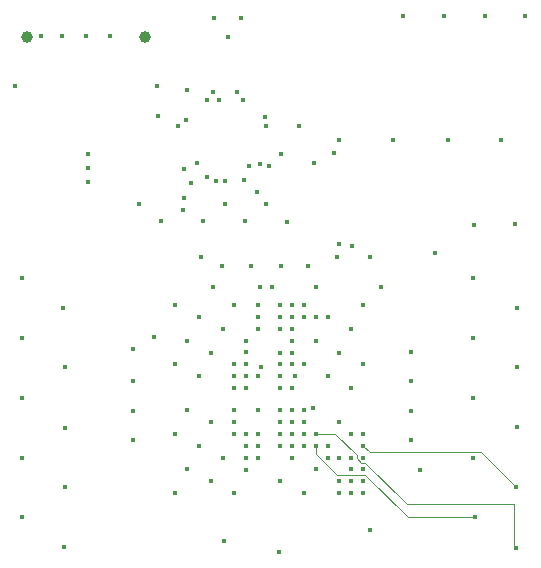
<source format=gbr>
%TF.GenerationSoftware,KiCad,Pcbnew,7.0.10*%
%TF.CreationDate,2024-01-13T18:06:35+01:00*%
%TF.ProjectId,FPGA,46504741-2e6b-4696-9361-645f70636258,rev?*%
%TF.SameCoordinates,Original*%
%TF.FileFunction,Copper,L6,Inr*%
%TF.FilePolarity,Positive*%
%FSLAX46Y46*%
G04 Gerber Fmt 4.6, Leading zero omitted, Abs format (unit mm)*
G04 Created by KiCad (PCBNEW 7.0.10) date 2024-01-13 18:06:35*
%MOMM*%
%LPD*%
G01*
G04 APERTURE LIST*
%TA.AperFunction,ComponentPad*%
%ADD10C,1.000000*%
%TD*%
%TA.AperFunction,ViaPad*%
%ADD11C,0.400000*%
%TD*%
%TA.AperFunction,Conductor*%
%ADD12C,0.090000*%
%TD*%
G04 APERTURE END LIST*
D10*
%TO.N,N/C*%
%TO.C,J1*%
X91500000Y-77375000D03*
X81500000Y-77375000D03*
%TD*%
D11*
%TO.N,PG4*%
X107500000Y-87200000D03*
%TO.N,EN3*%
X86650000Y-89650000D03*
%TO.N,EN2*%
X86650000Y-88450000D03*
%TO.N,EN4*%
X86650000Y-87250000D03*
%TO.N,1.2V*%
X107900000Y-94850000D03*
%TO.N,GND*%
X109000000Y-95000000D03*
X95050000Y-81800000D03*
X104550000Y-84900000D03*
X92600000Y-84050000D03*
%TO.N,TDO*%
X101050000Y-112950000D03*
%TO.N,TMS*%
X82650000Y-77250000D03*
%TO.N,TCK*%
X84500000Y-77250000D03*
%TO.N,TDO*%
X86500000Y-77250000D03*
%TO.N,TDI*%
X88500000Y-77250000D03*
%TO.N,Net-(U1C-PROGRAM_B_0)*%
X119350000Y-93250000D03*
%TO.N,1.8V*%
X102850000Y-120950000D03*
%TO.N,Net-(J4-Pin_7)*%
X101050857Y-100002898D03*
%TO.N,Net-(J4-Pin_6)*%
X102950000Y-100050000D03*
%TO.N,Net-(J4-Pin_4)*%
X103950000Y-100050000D03*
%TO.N,Net-(J3-Pin_6)*%
X122945000Y-110360000D03*
%TO.N,Net-(J3-Pin_8)*%
X122895000Y-115460000D03*
%TO.N,Net-(J3-Pin_4)*%
X122945000Y-105310000D03*
%TO.N,Net-(J3-Pin_5)*%
X119295000Y-107860000D03*
%TO.N,Net-(J3-Pin_2)*%
X122945000Y-100260000D03*
%TO.N,Net-(J3-Pin_3)*%
X119295000Y-102810000D03*
%TO.N,Net-(J3-Pin_9)*%
X119445000Y-118010000D03*
%TO.N,Net-(J3-Pin_10)*%
X122895000Y-120560000D03*
%TO.N,Net-(J3-Pin_7)*%
X119295000Y-112960000D03*
%TO.N,Net-(J3-Pin_1)*%
X119295000Y-97710000D03*
%TO.N,Net-(J4-Pin_9)*%
X81050000Y-118000000D03*
%TO.N,Net-(J4-Pin_7)*%
X81050000Y-112950000D03*
%TO.N,Net-(J4-Pin_5)*%
X81050000Y-107900000D03*
%TO.N,Net-(J4-Pin_3)*%
X81100000Y-102800000D03*
%TO.N,Net-(J4-Pin_1)*%
X81100000Y-97700000D03*
%TO.N,Net-(J4-Pin_2)*%
X84550000Y-100250000D03*
%TO.N,Net-(J4-Pin_4)*%
X84700000Y-105300000D03*
%TO.N,Net-(J4-Pin_6)*%
X84700000Y-110400000D03*
%TO.N,Net-(J4-Pin_8)*%
X84700000Y-115450000D03*
%TO.N,Net-(J4-Pin_10)*%
X84600000Y-120550000D03*
%TO.N,INIT_B*%
X122800000Y-93200000D03*
%TO.N,LED_Test*%
X116050000Y-95650000D03*
%TO.N,GND*%
X98150000Y-120000000D03*
X110550000Y-119100000D03*
X80500000Y-81500000D03*
X92500000Y-81500000D03*
X98500000Y-77300000D03*
X99600000Y-75700000D03*
X97300000Y-75700000D03*
%TO.N,EN1*%
X105800000Y-88000000D03*
%TO.N,GND*%
X121600000Y-86100000D03*
X117100000Y-86100000D03*
X107900000Y-86100000D03*
X112500000Y-86100000D03*
X123700000Y-75550000D03*
%TO.N,1V*%
X120250000Y-75550000D03*
%TO.N,1.2V*%
X116800000Y-75550000D03*
%TO.N,1.8V*%
X113350000Y-75550000D03*
%TO.N,3.3V*%
X92250000Y-102750000D03*
%TO.N,EN1*%
X95900000Y-88000000D03*
X94300000Y-84900000D03*
X94950000Y-84400000D03*
%TO.N,1V*%
X96750000Y-82650000D03*
%TO.N,EN3*%
X97250000Y-82000000D03*
%TO.N,EN1*%
X97750000Y-82650000D03*
%TO.N,PG4*%
X99250000Y-82000000D03*
%TO.N,3.3V*%
X99750000Y-82650000D03*
%TO.N,EN4*%
X101650000Y-84100000D03*
%TO.N,EN1*%
X101700000Y-84900000D03*
X101200000Y-88100000D03*
%TO.N,EN3*%
X99900000Y-89450000D03*
%TO.N,1.2V*%
X100300000Y-88250000D03*
%TO.N,EN4*%
X98300000Y-89500000D03*
%TO.N,EN2*%
X97500000Y-89500000D03*
%TO.N,1.8V*%
X96750000Y-89150000D03*
%TO.N,GND*%
X98250000Y-91500000D03*
X91000000Y-91500000D03*
X101750000Y-91500000D03*
%TO.N,1.2V*%
X103500000Y-93000000D03*
%TO.N,GND*%
X94705553Y-92000000D03*
%TO.N,LX1*%
X101000000Y-90500000D03*
X95350000Y-89700000D03*
%TO.N,LX2*%
X94750000Y-91000000D03*
X94750000Y-88500000D03*
%TO.N,LX4*%
X103000000Y-87250000D03*
X102000000Y-88250000D03*
%TO.N,3.3V*%
X92850000Y-92950000D03*
%TO.N,1.8V*%
X96400000Y-92950000D03*
%TO.N,1V*%
X99950000Y-92950000D03*
%TO.N,1.2V*%
X103500000Y-93000000D03*
%TO.N,GND*%
X114750000Y-114000000D03*
X96250000Y-96000000D03*
X107750000Y-96000000D03*
X110500000Y-96000000D03*
%TO.N,1V*%
X111500000Y-98500000D03*
%TO.N,GND*%
X98000000Y-96750000D03*
X100500000Y-96750000D03*
X105250000Y-96750000D03*
X103000000Y-96750000D03*
%TO.N,1V*%
X106000000Y-98500000D03*
%TO.N,1.8V*%
X97250000Y-98500000D03*
X101250000Y-98500000D03*
%TO.N,1V*%
X102275000Y-98500000D03*
%TO.N,GND*%
X90500000Y-103750000D03*
X90500000Y-106500000D03*
X90500000Y-109000000D03*
X90500000Y-111500000D03*
X114000000Y-104000000D03*
X114000000Y-106500000D03*
X114000000Y-109000000D03*
X114000000Y-111500000D03*
%TO.N,3.3V*%
X100000000Y-104000000D03*
%TO.N,Net-(J3-Pin_1)*%
X108950000Y-115950000D03*
%TO.N,Net-(J3-Pin_9)*%
X105950000Y-111950000D03*
%TO.N,GND*%
X104950000Y-108950000D03*
X94050000Y-100050000D03*
%TO.N,3.3V*%
X99050000Y-110950000D03*
%TO.N,Net-(J3-Pin_6)*%
X108950000Y-113950000D03*
%TO.N,GND*%
X103950000Y-111950000D03*
%TO.N,1.8V*%
X104950000Y-109950000D03*
%TO.N,Net-(J4-Pin_3)*%
X103950000Y-101050000D03*
%TO.N,Net-(J4-Pin_8)*%
X102950000Y-102050000D03*
%TO.N,GND*%
X102950000Y-114950000D03*
%TO.N,Net-(J3-Pin_7)*%
X109950000Y-112950000D03*
%TO.N,Net-(U1C-PROGRAM_B_0)*%
X102950000Y-110950000D03*
%TO.N,1V*%
X100050000Y-105050000D03*
%TO.N,3.3V*%
X109950000Y-100050000D03*
%TO.N,Net-(J4-Pin_2)*%
X104950000Y-101050000D03*
%TO.N,GND*%
X98050000Y-112950000D03*
%TO.N,3.3V*%
X100050000Y-114000000D03*
%TO.N,1V*%
X99050000Y-106050000D03*
%TO.N,GND*%
X106950000Y-106050000D03*
X108950000Y-102050000D03*
%TO.N,INIT_B*%
X103950000Y-109950000D03*
%TO.N,GND*%
X100050000Y-106050000D03*
%TO.N,TMS*%
X100050000Y-111950000D03*
%TO.N,GND*%
X109950000Y-105050000D03*
%TO.N,1.8V*%
X103950000Y-110950000D03*
%TO.N,DONE*%
X103950000Y-107050000D03*
%TO.N,3.3V*%
X95050000Y-108950000D03*
X107950000Y-104050000D03*
%TO.N,TDI*%
X100050000Y-112950000D03*
%TO.N,GND*%
X101050000Y-111950000D03*
X99050000Y-105050000D03*
%TO.N,Net-(J4-Pin_10)*%
X103950000Y-103050000D03*
%TO.N,1.8V*%
X101270000Y-105270000D03*
%TO.N,3.3V*%
X96050000Y-101050000D03*
%TO.N,1.8V*%
X104169194Y-105999430D03*
%TO.N,3.3V*%
X104950000Y-115950000D03*
%TO.N,GND*%
X103950000Y-105050000D03*
X101050000Y-101050000D03*
%TO.N,Net-(U1C-VREFP_0)*%
X101050000Y-108950000D03*
%TO.N,3.3V*%
X97050000Y-104050000D03*
%TO.N,Net-(J4-Pin_5)*%
X102950000Y-101050000D03*
%TO.N,GND*%
X109950000Y-115950000D03*
%TO.N,3.3V*%
X100050000Y-103050000D03*
X103950000Y-102050000D03*
X94050000Y-105050000D03*
%TO.N,GND*%
X104950000Y-110950000D03*
%TO.N,3.3V*%
X103950000Y-112950000D03*
X106950000Y-111950000D03*
%TO.N,1V*%
X99050000Y-108950000D03*
%TO.N,3.3V*%
X109950000Y-110950000D03*
%TO.N,GND*%
X95050000Y-113950000D03*
X102950000Y-104050000D03*
X99050000Y-109950000D03*
X104950000Y-100050000D03*
X98050000Y-102050000D03*
%TO.N,3.3V*%
X105750000Y-108750000D03*
X104950000Y-111950000D03*
X102950000Y-111950000D03*
X94050000Y-115950000D03*
%TO.N,Net-(J3-Pin_8)*%
X109950000Y-111950000D03*
%TO.N,1V*%
X102950000Y-105050000D03*
%TO.N,GND*%
X99050000Y-107050000D03*
%TO.N,1.8V*%
X103950000Y-108950000D03*
%TO.N,1V*%
X102925000Y-109925000D03*
%TO.N,GND*%
X96050000Y-106050000D03*
%TO.N,3.3V*%
X106950000Y-101050000D03*
%TO.N,1V*%
X101075000Y-110925000D03*
%TO.N,3.3V*%
X108950000Y-110950000D03*
%TO.N,Net-(J3-Pin_2)*%
X107950000Y-115950000D03*
%TO.N,1V*%
X104950000Y-105050000D03*
%TO.N,GND*%
X102950000Y-106050000D03*
X100050000Y-107050000D03*
X94050000Y-110950000D03*
X105950000Y-113950000D03*
X105950000Y-103050000D03*
%TO.N,1V*%
X102950000Y-107050000D03*
%TO.N,3.3V*%
X96050000Y-111950000D03*
%TO.N,1V*%
X103950000Y-104050000D03*
%TO.N,GND*%
X99050000Y-115950000D03*
X102950000Y-108950000D03*
%TO.N,Net-(J3-Pin_5)*%
X109950000Y-113950000D03*
%TO.N,LED_Test*%
X106950000Y-112950000D03*
%TO.N,GND*%
X108950000Y-112950000D03*
%TO.N,Net-(J3-Pin_4)*%
X108950000Y-114950000D03*
%TO.N,Net-(J4-Pin_1)*%
X105950000Y-101050000D03*
%TO.N,Net-(J3-Pin_3)*%
X109950000Y-114950000D03*
%TO.N,GND*%
X107950000Y-109950000D03*
%TO.N,TCK*%
X100050000Y-110950000D03*
%TO.N,3.3V*%
X97050000Y-114950000D03*
%TO.N,GND*%
X97050000Y-109950000D03*
%TO.N,3.3V*%
X108950000Y-107050000D03*
X107950000Y-114950000D03*
%TO.N,Net-(J4-Pin_9)*%
X101050000Y-102050000D03*
%TO.N,3.3V*%
X99050000Y-100050000D03*
%TO.N,1.8V*%
X101050000Y-106050000D03*
%TO.N,CLK*%
X107950000Y-112950000D03*
%TO.N,Net-(J3-Pin_10)*%
X105950000Y-110950000D03*
%TO.N,GND*%
X95050000Y-103050000D03*
%TD*%
D12*
%TO.N,Net-(J3-Pin_10)*%
X122750000Y-120415000D02*
X122750000Y-116900000D01*
X122750000Y-116900000D02*
X113639326Y-116900000D01*
X122895000Y-120560000D02*
X122750000Y-120415000D01*
X113639326Y-116900000D02*
X110134326Y-113395000D01*
X107579326Y-110950000D02*
X105950000Y-110950000D01*
X110134326Y-113395000D02*
X109765674Y-113395000D01*
X109765674Y-113395000D02*
X109395000Y-113024326D01*
X109395000Y-113024326D02*
X109395000Y-112765674D01*
X109395000Y-112765674D02*
X107579326Y-110950000D01*
%TO.N,Net-(J3-Pin_9)*%
X119445000Y-118010000D02*
X113749326Y-118010000D01*
X105950000Y-112650000D02*
X105950000Y-111950000D01*
X113749326Y-118010000D02*
X110139326Y-114400000D01*
X110139326Y-114400000D02*
X107700000Y-114400000D01*
X107700000Y-114400000D02*
X105950000Y-112650000D01*
%TO.N,Net-(J3-Pin_8)*%
X122895000Y-115460000D02*
X119940000Y-112505000D01*
X119940000Y-112505000D02*
X110505000Y-112505000D01*
X110505000Y-112505000D02*
X109950000Y-111950000D01*
%TD*%
M02*

</source>
